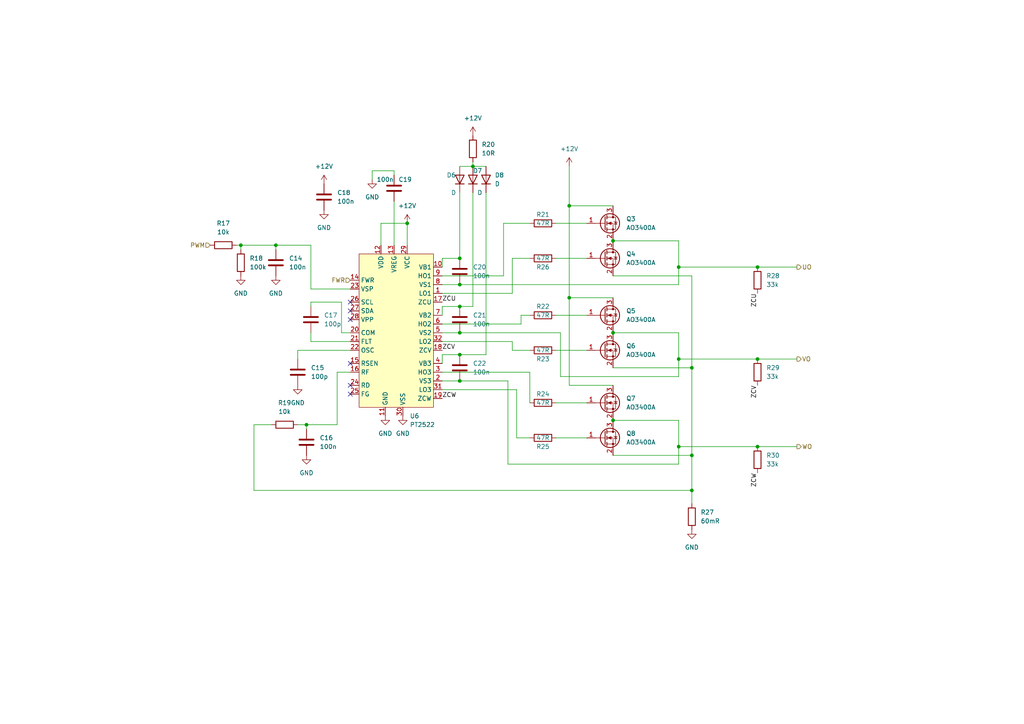
<source format=kicad_sch>
(kicad_sch (version 20211123) (generator eeschema)
  (paper "A4")
  (lib_symbols
    (symbol "Device:C" (pin_numbers hide) (pin_names (offset 0.254))
      (property "Reference" "C" (at 0.635 2.54 0))
      (property "Value" "C" (at 0.635 -2.54 0))
      (symbol "C_0_1"
        (polyline (pts (xy -2.032 -0.762) (xy 2.032 -0.762)) (stroke (width 0.508)))
        (polyline (pts (xy -2.032 0.762) (xy 2.032 0.762)) (stroke (width 0.508)))
      )
      (symbol "C_1_1"
        (pin passive line (at 0 3.81 270) (length 2.794) (name "~") (number "1"))
        (pin passive line (at 0 -3.81 90) (length 2.794) (name "~") (number "2"))
      )
    )
    (symbol "Device:D" (pin_numbers hide) (pin_names (offset 1.016) hide)
      (property "Reference" "D" (at 0 2.54 0))
      (property "Value" "D" (at 0 -2.54 0))
      (symbol "D_0_1"
        (polyline (pts (xy -1.27 1.27) (xy -1.27 -1.27)) (stroke (width 0.254)))
        (polyline (pts (xy 1.27 0) (xy -1.27 0)))
        (polyline (pts (xy 1.27 1.27) (xy 1.27 -1.27) (xy -1.27 0) (xy 1.27 1.27)) (stroke (width 0.254)))
      )
      (symbol "D_1_1"
        (pin passive line (at -3.81 0 0) (length 2.54) (name "K") (number "1"))
        (pin passive line (at 3.81 0 180) (length 2.54) (name "A") (number "2"))
      )
    )
    (symbol "Device:R" (pin_numbers hide) (pin_names (offset 0))
      (property "Reference" "R" (at 2.032 0 90))
      (property "Value" "R" (at 0 0 90))
      (symbol "R_0_1"
        (rectangle (start -1.016 -2.54) (end 1.016 2.54) (stroke (width 0.254)))
      )
      (symbol "R_1_1"
        (pin passive line (at 0 3.81 270) (length 1.27) (name "~") (number "1"))
        (pin passive line (at 0 -3.81 90) (length 1.27) (name "~") (number "2"))
      )
    )
    (symbol "Transistor_FET:AO3400A" (pin_names hide)
      (property "Reference" "Q" (at 5.08 1.905 0))
      (property "Value" "AO3400A" (at 5.08 0 0))
      (symbol "AO3400A_0_1"
        (polyline (pts (xy 0.254 0) (xy -2.54 0)))
        (polyline (pts (xy 0.254 1.905) (xy 0.254 -1.905)) (stroke (width 0.254)))
        (polyline (pts (xy 0.762 -1.27) (xy 0.762 -2.286)) (stroke (width 0.254)))
        (polyline (pts (xy 0.762 0.508) (xy 0.762 -0.508)) (stroke (width 0.254)))
        (polyline (pts (xy 0.762 2.286) (xy 0.762 1.27)) (stroke (width 0.254)))
        (polyline (pts (xy 2.54 2.54) (xy 2.54 1.778)))
        (polyline (pts (xy 2.54 -2.54) (xy 2.54 0) (xy 0.762 0)))
        (polyline (pts (xy 0.762 -1.778) (xy 3.302 -1.778) (xy 3.302 1.778) (xy 0.762 1.778)))
        (polyline (pts (xy 1.016 0) (xy 2.032 0.381) (xy 2.032 -0.381) (xy 1.016 0)) (fill (type outline)))
        (polyline (pts (xy 2.794 0.508) (xy 2.921 0.381) (xy 3.683 0.381) (xy 3.81 0.254)))
        (polyline (pts (xy 3.302 0.381) (xy 2.921 -0.254) (xy 3.683 -0.254) (xy 3.302 0.381)))
        (circle (center 1.651 0) (radius 2.794) (stroke (width 0.254)))
        (circle (center 2.54 -1.778) (radius 0.254) (fill (type outline)))
        (circle (center 2.54 1.778) (radius 0.254) (fill (type outline)))
      )
      (symbol "AO3400A_1_1"
        (pin input line (at -5.08 0 0) (length 2.54) (name "G") (number "1"))
        (pin passive line (at 2.54 -5.08 90) (length 2.54) (name "S") (number "2"))
        (pin passive line (at 2.54 5.08 270) (length 2.54) (name "D") (number "3"))
      )
    )
    (symbol "gun_board:PT2522"
      (property "Reference" "U" (at 0 0 0))
      (property "Value" "PT2522" (at 0 -13.97 0))
      (symbol "PT2522_0_1"
        (rectangle (start 11.43 -21.59) (end -10.16 22.86) (fill (type background)))
      )
      (symbol "PT2522_1_1"
        (pin bidirectional line (at 13.97 11.43 180) (length 2.54) (name "LO1") (number "1"))
        (pin power_out line (at 13.97 19.05 180) (length 2.54) (name "VB1") (number "10"))
        (pin power_in line (at -2.54 -24.13 90) (length 2.54) (name "GND") (number "11"))
        (pin power_in line (at -3.81 25.4 270) (length 2.54) (name "VDD") (number "12"))
        (pin power_out line (at 0 25.4 270) (length 2.54) (name "VREG") (number "13"))
        (pin input line (at -12.7 15.24 0) (length 2.54) (name "FWR") (number "14"))
        (pin input line (at -12.7 -8.89 0) (length 2.54) (name "RSEN") (number "15"))
        (pin input line (at -12.7 -11.43 0) (length 2.54) (name "RF") (number "16"))
        (pin input line (at 13.97 8.89 180) (length 2.54) (name "ZCU") (number "17"))
        (pin input line (at 13.97 -5.08 180) (length 2.54) (name "ZCV") (number "18"))
        (pin input line (at 13.97 -19.05 180) (length 2.54) (name "ZCW") (number "19"))
        (pin power_out line (at 13.97 -13.97 180) (length 2.54) (name "VS3") (number "2"))
        (pin input line (at -12.7 0 0) (length 2.54) (name "COM") (number "20"))
        (pin input line (at -12.7 -2.54 0) (length 2.54) (name "FLT") (number "21"))
        (pin bidirectional line (at -12.7 -5.08 0) (length 2.54) (name "OSC") (number "22"))
        (pin input line (at -12.7 12.7 0) (length 2.54) (name "VSP") (number "23"))
        (pin output line (at -12.7 -15.24 0) (length 2.54) (name "RD") (number "24"))
        (pin output line (at -12.7 -17.78 0) (length 2.54) (name "FG") (number "25"))
        (pin bidirectional line (at -12.7 8.89 0) (length 2.54) (name "SCL") (number "26"))
        (pin bidirectional line (at -12.7 6.35 0) (length 2.54) (name "SDA") (number "27"))
        (pin power_in line (at -12.7 3.81 0) (length 2.54) (name "VPP") (number "28"))
        (pin power_in line (at 3.81 25.4 270) (length 2.54) (name "VCC") (number "29"))
        (pin bidirectional line (at 13.97 -11.43 180) (length 2.54) (name "HO3") (number "3"))
        (pin power_in line (at 2.54 -24.13 90) (length 2.54) (name "VSS") (number "30"))
        (pin bidirectional line (at 13.97 -16.51 180) (length 2.54) (name "LO3") (number "31"))
        (pin bidirectional line (at 13.97 -2.54 180) (length 2.54) (name "LO2") (number "32"))
        (pin power_out line (at 13.97 -8.89 180) (length 2.54) (name "VB3") (number "4"))
        (pin power_out line (at 13.97 0 180) (length 2.54) (name "VS2") (number "5"))
        (pin bidirectional line (at 13.97 2.54 180) (length 2.54) (name "HO2") (number "6"))
        (pin power_out line (at 13.97 5.08 180) (length 2.54) (name "VB2") (number "7"))
        (pin power_out line (at 13.97 13.97 180) (length 2.54) (name "VS1") (number "8"))
        (pin bidirectional line (at 13.97 16.51 180) (length 2.54) (name "HO1") (number "9"))
      )
    )
    (symbol "power:+12V" (power) (pin_names (offset 0))
      (property "Value" "+12V" (at 0 3.556 0))
      (symbol "+12V_0_1"
        (polyline (pts (xy -0.762 1.27) (xy 0 2.54)))
        (polyline (pts (xy 0 0) (xy 0 2.54)))
        (polyline (pts (xy 0 2.54) (xy 0.762 1.27)))
      )
      (symbol "+12V_1_1"
        (pin power_in line (at 0 0 90) (length 0) hide (name "+12V") (number "1"))
      )
    )
    (symbol "power:GND" (power) (pin_names (offset 0))
      (property "Value" "GND" (at 0 -3.81 0))
      (symbol "GND_0_1"
        (polyline (pts (xy 0 0) (xy 0 -1.27) (xy 1.27 -1.27) (xy 0 -2.54) (xy -1.27 -1.27) (xy 0 -1.27)))
      )
      (symbol "GND_1_1"
        (pin power_in line (at 0 0 270) (length 0) hide (name "GND") (number "1"))
      )
    )
  )
  (junction (at 69.85 71.12))
  (junction (at 165.1 86.36))
  (junction (at 196.85 129.54))
  (junction (at 133.35 102.87))
  (junction (at 200.66 142.24))
  (junction (at 133.35 82.55))
  (junction (at 200.66 132.08))
  (junction (at 177.8 121.92))
  (junction (at 133.35 96.52))
  (junction (at 133.35 88.9))
  (junction (at 177.8 96.52))
  (junction (at 177.8 69.85))
  (junction (at 133.35 110.49))
  (junction (at 219.71 129.54))
  (junction (at 196.85 77.47))
  (junction (at 133.35 74.93))
  (junction (at 165.1 59.69))
  (junction (at 196.85 104.14))
  (junction (at 219.71 104.14))
  (junction (at 137.16 48.26))
  (junction (at 80.01 71.12))
  (junction (at 200.66 106.68))
  (junction (at 118.11 64.77))
  (junction (at 219.71 77.47))
  (junction (at 88.9 123.19))
  (no_connect (at 101.6 87.63))
  (no_connect (at 101.6 111.76))
  (no_connect (at 101.6 105.41))
  (no_connect (at 101.6 92.71))
  (no_connect (at 101.6 90.17))
  (no_connect (at 101.6 114.3))
  (wire (pts (xy 86.36 123.19) (xy 88.9 123.19)))
  (wire (pts (xy 153.67 116.84) (xy 153.67 107.95)))
  (wire (pts (xy 133.35 110.49) (xy 128.27 110.49)))
  (wire (pts (xy 196.85 77.47) (xy 219.71 77.47)))
  (wire (pts (xy 196.85 104.14) (xy 219.71 104.14)))
  (wire (pts (xy 133.35 102.87) (xy 140.97 102.87)))
  (wire (pts (xy 133.35 96.52) (xy 128.27 96.52)))
  (wire (pts (xy 161.29 116.84) (xy 170.18 116.84)))
  (wire (pts (xy 165.1 86.36) (xy 165.1 111.76)))
  (wire (pts (xy 161.29 64.77) (xy 170.18 64.77)))
  (wire (pts (xy 196.85 69.85) (xy 196.85 77.47)))
  (wire (pts (xy 196.85 129.54) (xy 219.71 129.54)))
  (wire (pts (xy 101.6 101.6) (xy 86.36 101.6)))
  (wire (pts (xy 196.85 129.54) (xy 196.85 134.62)))
  (wire (pts (xy 107.95 49.53) (xy 107.95 52.07)))
  (wire (pts (xy 128.27 80.01) (xy 146.05 80.01)))
  (wire (pts (xy 90.17 99.06) (xy 90.17 96.52)))
  (wire (pts (xy 128.27 74.93) (xy 128.27 77.47)))
  (wire (pts (xy 110.49 71.12) (xy 110.49 64.77)))
  (wire (pts (xy 133.35 74.93) (xy 128.27 74.93)))
  (wire (pts (xy 148.59 85.09) (xy 148.59 74.93)))
  (wire (pts (xy 90.17 87.63) (xy 90.17 88.9)))
  (wire (pts (xy 110.49 64.77) (xy 118.11 64.77)))
  (wire (pts (xy 200.66 80.01) (xy 200.66 106.68)))
  (wire (pts (xy 161.29 101.6) (xy 170.18 101.6)))
  (wire (pts (xy 151.13 91.44) (xy 151.13 93.98)))
  (wire (pts (xy 68.58 71.12) (xy 69.85 71.12)))
  (wire (pts (xy 165.1 59.69) (xy 177.8 59.69)))
  (wire (pts (xy 219.71 104.14) (xy 231.14 104.14)))
  (wire (pts (xy 128.27 93.98) (xy 151.13 93.98)))
  (wire (pts (xy 196.85 96.52) (xy 196.85 104.14)))
  (wire (pts (xy 128.27 107.95) (xy 153.67 107.95)))
  (wire (pts (xy 73.66 123.19) (xy 78.74 123.19)))
  (wire (pts (xy 196.85 82.55) (xy 196.85 77.47)))
  (wire (pts (xy 133.35 88.9) (xy 128.27 88.9)))
  (wire (pts (xy 114.3 49.53) (xy 107.95 49.53)))
  (wire (pts (xy 101.6 99.06) (xy 90.17 99.06)))
  (wire (pts (xy 161.29 91.44) (xy 170.18 91.44)))
  (wire (pts (xy 165.1 59.69) (xy 165.1 86.36)))
  (wire (pts (xy 153.67 101.6) (xy 148.59 101.6)))
  (wire (pts (xy 137.16 48.26) (xy 140.97 48.26)))
  (wire (pts (xy 118.11 64.77) (xy 118.11 71.12)))
  (wire (pts (xy 133.35 82.55) (xy 196.85 82.55)))
  (wire (pts (xy 165.1 48.26) (xy 165.1 59.69)))
  (wire (pts (xy 128.27 113.03) (xy 149.86 113.03)))
  (wire (pts (xy 128.27 102.87) (xy 128.27 105.41)))
  (wire (pts (xy 99.06 87.63) (xy 90.17 87.63)))
  (wire (pts (xy 101.6 96.52) (xy 99.06 96.52)))
  (wire (pts (xy 128.27 99.06) (xy 148.59 99.06)))
  (wire (pts (xy 90.17 83.82) (xy 101.6 83.82)))
  (wire (pts (xy 140.97 55.88) (xy 140.97 102.87)))
  (wire (pts (xy 219.71 129.54) (xy 231.14 129.54)))
  (wire (pts (xy 165.1 86.36) (xy 177.8 86.36)))
  (wire (pts (xy 114.3 58.42) (xy 114.3 71.12)))
  (wire (pts (xy 99.06 96.52) (xy 99.06 87.63)))
  (wire (pts (xy 161.29 127) (xy 170.18 127)))
  (wire (pts (xy 177.8 69.85) (xy 196.85 69.85)))
  (wire (pts (xy 148.59 74.93) (xy 153.67 74.93)))
  (wire (pts (xy 200.66 106.68) (xy 200.66 132.08)))
  (wire (pts (xy 90.17 83.82) (xy 90.17 71.12)))
  (wire (pts (xy 148.59 101.6) (xy 148.59 99.06)))
  (wire (pts (xy 90.17 71.12) (xy 80.01 71.12)))
  (wire (pts (xy 177.8 106.68) (xy 200.66 106.68)))
  (wire (pts (xy 200.66 142.24) (xy 200.66 146.05)))
  (wire (pts (xy 196.85 104.14) (xy 196.85 109.22)))
  (wire (pts (xy 177.8 80.01) (xy 200.66 80.01)))
  (wire (pts (xy 165.1 111.76) (xy 177.8 111.76)))
  (wire (pts (xy 128.27 82.55) (xy 133.35 82.55)))
  (wire (pts (xy 153.67 91.44) (xy 151.13 91.44)))
  (wire (pts (xy 149.86 113.03) (xy 149.86 127)))
  (wire (pts (xy 177.8 121.92) (xy 196.85 121.92)))
  (wire (pts (xy 133.35 55.88) (xy 133.35 74.93)))
  (wire (pts (xy 146.05 80.01) (xy 146.05 64.77)))
  (wire (pts (xy 162.56 96.52) (xy 133.35 96.52)))
  (wire (pts (xy 101.6 107.95) (xy 97.79 107.95)))
  (wire (pts (xy 177.8 132.08) (xy 200.66 132.08)))
  (wire (pts (xy 146.05 64.77) (xy 153.67 64.77)))
  (wire (pts (xy 128.27 88.9) (xy 128.27 91.44)))
  (wire (pts (xy 97.79 123.19) (xy 88.9 123.19)))
  (wire (pts (xy 137.16 55.88) (xy 137.16 88.9)))
  (wire (pts (xy 196.85 109.22) (xy 162.56 109.22)))
  (wire (pts (xy 147.32 134.62) (xy 147.32 110.49)))
  (wire (pts (xy 161.29 74.93) (xy 170.18 74.93)))
  (wire (pts (xy 97.79 107.95) (xy 97.79 123.19)))
  (wire (pts (xy 196.85 121.92) (xy 196.85 129.54)))
  (wire (pts (xy 147.32 110.49) (xy 133.35 110.49)))
  (wire (pts (xy 133.35 102.87) (xy 128.27 102.87)))
  (wire (pts (xy 69.85 71.12) (xy 80.01 71.12)))
  (wire (pts (xy 196.85 134.62) (xy 147.32 134.62)))
  (wire (pts (xy 219.71 77.47) (xy 231.14 77.47)))
  (wire (pts (xy 177.8 96.52) (xy 196.85 96.52)))
  (wire (pts (xy 80.01 71.12) (xy 80.01 72.39)))
  (wire (pts (xy 137.16 46.99) (xy 137.16 48.26)))
  (wire (pts (xy 133.35 48.26) (xy 137.16 48.26)))
  (wire (pts (xy 69.85 71.12) (xy 69.85 72.39)))
  (wire (pts (xy 86.36 101.6) (xy 86.36 104.14)))
  (wire (pts (xy 162.56 109.22) (xy 162.56 96.52)))
  (wire (pts (xy 149.86 127) (xy 153.67 127)))
  (wire (pts (xy 200.66 132.08) (xy 200.66 142.24)))
  (wire (pts (xy 128.27 85.09) (xy 148.59 85.09)))
  (wire (pts (xy 88.9 123.19) (xy 88.9 124.46)))
  (wire (pts (xy 114.3 50.8) (xy 114.3 49.53)))
  (wire (pts (xy 133.35 88.9) (xy 137.16 88.9)))
  (wire (pts (xy 200.66 142.24) (xy 73.66 142.24)))
  (wire (pts (xy 73.66 142.24) (xy 73.66 123.19)))
  (label "ZCV" (at 128.27 101.6 0))
  (label "ZCW" (at 128.27 115.57 0))
  (label "ZCU" (at 219.71 85.09 270))
  (label "ZCU" (at 128.27 87.63 0))
  (label "ZCV" (at 219.71 111.76 270))
  (label "ZCW" (at 219.71 137.16 270))
  (hierarchical_label "UO" (shape output) (at 231.14 77.47 0))
  (hierarchical_label "FWR" (shape input) (at 101.6 81.28 180))
  (hierarchical_label "VO" (shape output) (at 231.14 104.14 0))
  (hierarchical_label "PWM" (shape input) (at 60.96 71.12 180))
  (hierarchical_label "WO" (shape output) (at 231.14 129.54 0))
  (symbol (lib_id "Device:D") (at 140.97 52.07 90) (unit 1)
    (property "Reference" "D8" (at 143.51 50.7999 90) (effects (justify right)))
    (property "Value" "D" (at 143.51 53.3399 90) (effects (justify right)))
    (property "Footprint" "Diode_SMD:D_SOD-123F" (effects hide))
  )
  (symbol (lib_id "Device:D") (at 137.16 52.07 90) (unit 1)
    (property "Reference" "D7" (at 137.16 49.53 90) (effects (justify right)))
    (property "Value" "D" (at 138.43 55.88 90) (effects (justify right)))
    (property "Footprint" "Diode_SMD:D_SOD-123F" (effects hide))
  )
  (symbol (lib_id "Transistor_FET:AO3400A") (at 175.26 74.93 0) (unit 1)
    (property "Reference" "Q4" (at 181.61 73.6599 0) (effects (justify left)))
    (property "Value" "AO3400A" (at 181.61 76.1999 0) (effects (justify left)))
    (property "Footprint" "Package_TO_SOT_SMD:SOT-23" (effects hide))
    (property "Datasheet" "http://www.aosmd.com/pdfs/datasheet/AO3400A.pdf" (effects hide))
  )
  (symbol (lib_id "Transistor_FET:AO3400A") (at 175.26 101.6 0) (unit 1)
    (property "Reference" "Q6" (at 181.61 100.3299 0) (effects (justify left)))
    (property "Value" "AO3400A" (at 181.61 102.8699 0) (effects (justify left)))
    (property "Footprint" "Package_TO_SOT_SMD:SOT-23" (effects hide))
    (property "Datasheet" "http://www.aosmd.com/pdfs/datasheet/AO3400A.pdf" (effects hide))
  )
  (symbol (lib_id "Transistor_FET:AO3400A") (at 175.26 91.44 0) (unit 1)
    (property "Reference" "Q5" (at 181.61 90.1699 0) (effects (justify left)))
    (property "Value" "AO3400A" (at 181.61 92.7099 0) (effects (justify left)))
    (property "Footprint" "Package_TO_SOT_SMD:SOT-23" (effects hide))
    (property "Datasheet" "http://www.aosmd.com/pdfs/datasheet/AO3400A.pdf" (effects hide))
  )
  (symbol (lib_id "power:+12V") (at 165.1 48.26 0) (unit 1)
    (property "Reference" "#PWR064" (effects hide))
    (property "Value" "+12V" (at 165.1 43.18 0))
  )
  (symbol (lib_id "power:+12V") (at 118.11 64.77 0) (unit 1)
    (property "Reference" "#PWR062" (effects hide))
    (property "Value" "+12V" (at 118.11 59.69 0))
  )
  (symbol (lib_id "Device:C") (at 88.9 128.27 0) (unit 1)
    (property "Reference" "C16" (at 92.71 126.9999 0) (effects (justify left)))
    (property "Value" "100n" (at 92.71 129.5399 0) (effects (justify left)))
    (property "Footprint" "Capacitor_SMD:C_0603_1608Metric" (effects hide))
  )
  (symbol (lib_id "Device:R") (at 200.66 149.86 0) (unit 1)
    (property "Reference" "R27" (at 203.2 148.5899 0) (effects (justify left)))
    (property "Value" "60mR" (at 203.2 151.1299 0) (effects (justify left)))
    (property "Footprint" "Resistor_SMD:R_2512_6332Metric" (effects hide))
  )
  (symbol (lib_id "power:GND") (at 86.36 111.76 0) (unit 1)
    (property "Reference" "#PWR055" (effects hide))
    (property "Value" "GND" (at 86.36 116.84 0))
  )
  (symbol (lib_id "power:+12V") (at 137.16 39.37 0) (unit 1)
    (property "Reference" "#PWR063" (effects hide))
    (property "Value" "+12V" (at 137.16 34.29 0))
  )
  (symbol (lib_id "power:GND") (at 69.85 80.01 0) (unit 1)
    (property "Reference" "#PWR053" (effects hide))
    (property "Value" "GND" (at 69.85 85.09 0))
  )
  (symbol (lib_id "Device:C") (at 114.3 54.61 0) (unit 1)
    (property "Reference" "C19" (at 115.57 52.07 0) (effects (justify left)))
    (property "Value" "100n" (at 109.22 52.07 0) (effects (justify left)))
    (property "Footprint" "Capacitor_SMD:C_0603_1608Metric" (effects hide))
  )
  (symbol (lib_id "Device:R") (at 157.48 74.93 90) (unit 1)
    (property "Reference" "R26" (at 157.48 77.47 90))
    (property "Value" "47R" (at 157.48 74.93 90))
    (property "Footprint" "Resistor_SMD:R_0603_1608Metric" (effects hide))
  )
  (symbol (lib_id "Device:C") (at 86.36 107.95 0) (unit 1)
    (property "Reference" "C15" (at 90.17 106.6799 0) (effects (justify left)))
    (property "Value" "100p" (at 90.17 109.2199 0) (effects (justify left)))
    (property "Footprint" "Capacitor_SMD:C_0603_1608Metric" (effects hide))
  )
  (symbol (lib_id "power:GND") (at 88.9 132.08 0) (unit 1)
    (property "Reference" "#PWR056" (effects hide))
    (property "Value" "GND" (at 88.9 137.16 0))
  )
  (symbol (lib_id "Device:R") (at 69.85 76.2 0) (unit 1)
    (property "Reference" "R18" (at 72.39 74.9299 0) (effects (justify left)))
    (property "Value" "100k" (at 72.39 77.4699 0) (effects (justify left)))
    (property "Footprint" "Resistor_SMD:R_0603_1608Metric" (effects hide))
  )
  (symbol (lib_id "Device:R") (at 64.77 71.12 270) (unit 1)
    (property "Reference" "R17" (at 64.77 64.77 90))
    (property "Value" "10k" (at 64.77 67.31 90))
    (property "Footprint" "Resistor_SMD:R_0603_1608Metric" (effects hide))
  )
  (symbol (lib_id "Device:C") (at 80.01 76.2 0) (unit 1)
    (property "Reference" "C14" (at 83.82 74.9299 0) (effects (justify left)))
    (property "Value" "100n" (at 83.82 77.4699 0) (effects (justify left)))
    (property "Footprint" "Capacitor_SMD:C_0603_1608Metric" (effects hide))
  )
  (symbol (lib_id "Device:R") (at 157.48 127 90) (unit 1)
    (property "Reference" "R25" (at 157.48 129.54 90))
    (property "Value" "47R" (at 157.48 127 90))
    (property "Footprint" "Resistor_SMD:R_0603_1608Metric" (effects hide))
  )
  (symbol (lib_id "power:GND") (at 93.98 60.96 0) (unit 1)
    (property "Reference" "#PWR058" (effects hide))
    (property "Value" "GND" (at 93.98 66.04 0))
  )
  (symbol (lib_id "Device:D") (at 133.35 52.07 90) (unit 1)
    (property "Reference" "D6" (at 129.54 50.8 90) (effects (justify right)))
    (property "Value" "D" (at 130.81 55.88 90) (effects (justify right)))
    (property "Footprint" "Diode_SMD:D_SOD-123F" (effects hide))
  )
  (symbol (lib_id "power:+12V") (at 93.98 53.34 0) (unit 1)
    (property "Reference" "#PWR057" (effects hide))
    (property "Value" "+12V" (at 93.98 48.26 0))
  )
  (symbol (lib_id "Device:C") (at 133.35 92.71 0) (unit 1)
    (property "Reference" "C21" (at 137.16 91.4399 0) (effects (justify left)))
    (property "Value" "100n" (at 137.16 93.9799 0) (effects (justify left)))
    (property "Footprint" "Capacitor_SMD:C_0603_1608Metric" (effects hide))
  )
  (symbol (lib_id "Device:R") (at 219.71 107.95 0) (unit 1)
    (property "Reference" "R29" (at 222.25 106.6799 0) (effects (justify left)))
    (property "Value" "33k" (at 222.25 109.2199 0) (effects (justify left)))
    (property "Footprint" "Resistor_SMD:R_0603_1608Metric" (effects hide))
  )
  (symbol (lib_id "Device:C") (at 133.35 78.74 0) (unit 1)
    (property "Reference" "C20" (at 137.16 77.4699 0) (effects (justify left)))
    (property "Value" "100n" (at 137.16 80.0099 0) (effects (justify left)))
    (property "Footprint" "Capacitor_SMD:C_0603_1608Metric" (effects hide))
  )
  (symbol (lib_id "Device:R") (at 219.71 81.28 0) (unit 1)
    (property "Reference" "R28" (at 222.25 80.0099 0) (effects (justify left)))
    (property "Value" "33k" (at 222.25 82.5499 0) (effects (justify left)))
    (property "Footprint" "Resistor_SMD:R_0603_1608Metric" (effects hide))
  )
  (symbol (lib_id "Transistor_FET:AO3400A") (at 175.26 127 0) (unit 1)
    (property "Reference" "Q8" (at 181.61 125.7299 0) (effects (justify left)))
    (property "Value" "AO3400A" (at 181.61 128.2699 0) (effects (justify left)))
    (property "Footprint" "Package_TO_SOT_SMD:SOT-23" (effects hide))
    (property "Datasheet" "http://www.aosmd.com/pdfs/datasheet/AO3400A.pdf" (effects hide))
  )
  (symbol (lib_id "power:GND") (at 111.76 120.65 0) (unit 1)
    (property "Reference" "#PWR060" (effects hide))
    (property "Value" "GND" (at 111.76 125.73 0))
  )
  (symbol (lib_id "Device:R") (at 157.48 64.77 90) (unit 1)
    (property "Reference" "R21" (at 157.48 62.23 90))
    (property "Value" "47R" (at 157.48 64.77 90))
    (property "Footprint" "Resistor_SMD:R_0603_1608Metric" (effects hide))
  )
  (symbol (lib_id "Transistor_FET:AO3400A") (at 175.26 64.77 0) (unit 1)
    (property "Reference" "Q3" (at 181.61 63.4999 0) (effects (justify left)))
    (property "Value" "AO3400A" (at 181.61 66.0399 0) (effects (justify left)))
    (property "Footprint" "Package_TO_SOT_SMD:SOT-23" (effects hide))
    (property "Datasheet" "http://www.aosmd.com/pdfs/datasheet/AO3400A.pdf" (effects hide))
  )
  (symbol (lib_id "power:GND") (at 200.66 153.67 0) (unit 1)
    (property "Reference" "#PWR065" (effects hide))
    (property "Value" "GND" (at 200.66 158.75 0))
  )
  (symbol (lib_id "power:GND") (at 80.01 80.01 0) (unit 1)
    (property "Reference" "#PWR054" (effects hide))
    (property "Value" "GND" (at 80.01 85.09 0))
  )
  (symbol (lib_id "Device:R") (at 157.48 101.6 90) (unit 1)
    (property "Reference" "R23" (at 157.48 104.14 90))
    (property "Value" "47R" (at 157.48 101.6 90))
    (property "Footprint" "Resistor_SMD:R_0603_1608Metric" (effects hide))
  )
  (symbol (lib_id "Device:R") (at 219.71 133.35 0) (unit 1)
    (property "Reference" "R30" (at 222.25 132.0799 0) (effects (justify left)))
    (property "Value" "33k" (at 222.25 134.6199 0) (effects (justify left)))
    (property "Footprint" "Resistor_SMD:R_0603_1608Metric" (effects hide))
  )
  (symbol (lib_id "Device:R") (at 82.55 123.19 90) (unit 1)
    (property "Reference" "R19" (at 82.55 116.84 90))
    (property "Value" "10k" (at 82.55 119.38 90))
    (property "Footprint" "Resistor_SMD:R_0603_1608Metric" (effects hide))
  )
  (symbol (lib_id "Device:C") (at 90.17 92.71 0) (unit 1)
    (property "Reference" "C17" (at 93.98 91.4399 0) (effects (justify left)))
    (property "Value" "100p" (at 93.98 93.9799 0) (effects (justify left)))
    (property "Footprint" "Capacitor_SMD:C_0603_1608Metric" (effects hide))
  )
  (symbol (lib_id "power:GND") (at 116.84 120.65 0) (unit 1)
    (property "Reference" "#PWR061" (effects hide))
    (property "Value" "GND" (at 116.84 125.73 0))
  )
  (symbol (lib_id "Device:C") (at 133.35 106.68 0) (unit 1)
    (property "Reference" "C22" (at 137.16 105.4099 0) (effects (justify left)))
    (property "Value" "100n" (at 137.16 107.9499 0) (effects (justify left)))
    (property "Footprint" "Capacitor_SMD:C_0603_1608Metric" (effects hide))
  )
  (symbol (lib_id "Device:C") (at 93.98 57.15 0) (unit 1)
    (property "Reference" "C18" (at 97.79 55.8799 0) (effects (justify left)))
    (property "Value" "100n" (at 97.79 58.4199 0) (effects (justify left)))
    (property "Footprint" "Capacitor_SMD:C_0603_1608Metric" (effects hide))
  )
  (symbol (lib_id "Device:R") (at 157.48 91.44 90) (unit 1)
    (property "Reference" "R22" (at 157.48 88.9 90))
    (property "Value" "47R" (at 157.48 91.44 90))
    (property "Footprint" "Resistor_SMD:R_0603_1608Metric" (effects hide))
  )
  (symbol (lib_id "Device:R") (at 137.16 43.18 0) (unit 1)
    (property "Reference" "R20" (at 139.7 41.9099 0) (effects (justify left)))
    (property "Value" "10R" (at 139.7 44.4499 0) (effects (justify left)))
    (property "Footprint" "Resistor_SMD:R_0603_1608Metric" (effects hide))
  )
  (symbol (lib_id "gun_board:PT2522") (at 114.3 96.52 0) (unit 1)
    (property "Reference" "U6" (at 118.8594 120.65 0) (effects (justify left)))
    (property "Value" "PT2522" (at 118.8594 123.19 0) (effects (justify left)))
    (property "Footprint" "Package_DFN_QFN:QFN-32-1EP_5x5mm_P0.5mm_EP3.1x3.1mm" (effects hide))
  )
  (symbol (lib_id "Device:R") (at 157.48 116.84 90) (unit 1)
    (property "Reference" "R24" (at 157.48 114.3 90))
    (property "Value" "47R" (at 157.48 116.84 90))
    (property "Footprint" "Resistor_SMD:R_0603_1608Metric" (effects hide))
  )
  (symbol (lib_id "power:GND") (at 107.95 52.07 0) (unit 1)
    (property "Reference" "#PWR059" (effects hide))
    (property "Value" "GND" (at 107.95 57.15 0))
  )
  (symbol (lib_id "Transistor_FET:AO3400A") (at 175.26 116.84 0) (unit 1)
    (property "Reference" "Q7" (at 181.61 115.5699 0) (effects (justify left)))
    (property "Value" "AO3400A" (at 181.61 118.1099 0) (effects (justify left)))
    (property "Footprint" "Package_TO_SOT_SMD:SOT-23" (effects hide))
    (property "Datasheet" "http://www.aosmd.com/pdfs/datasheet/AO3400A.pdf" (effects hide))
  )
)
</source>
